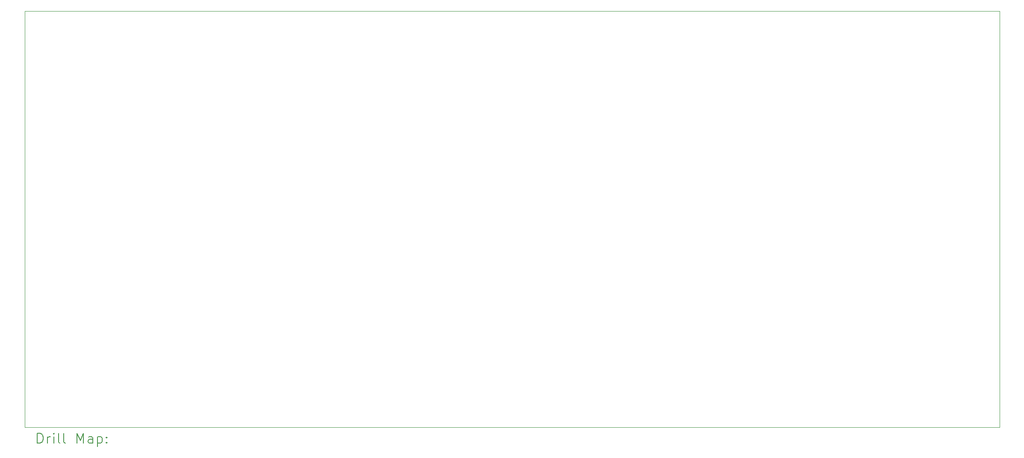
<source format=gbr>
%FSLAX45Y45*%
G04 Gerber Fmt 4.5, Leading zero omitted, Abs format (unit mm)*
G04 Created by KiCad (PCBNEW 6.0.5+dfsg-1~bpo11+1) date 2022-07-25 15:23:16*
%MOMM*%
%LPD*%
G01*
G04 APERTURE LIST*
%TA.AperFunction,Profile*%
%ADD10C,0.100000*%
%TD*%
%ADD11C,0.200000*%
G04 APERTURE END LIST*
D10*
X5080000Y-13589000D02*
X5080000Y-5334000D01*
X24384000Y-5334000D02*
X24384000Y-13589000D01*
X24384000Y-13589000D02*
X5080000Y-13589000D01*
X5080000Y-5334000D02*
X24384000Y-5334000D01*
D11*
X5332619Y-13904476D02*
X5332619Y-13704476D01*
X5380238Y-13704476D01*
X5408810Y-13714000D01*
X5427857Y-13733048D01*
X5437381Y-13752095D01*
X5446905Y-13790190D01*
X5446905Y-13818762D01*
X5437381Y-13856857D01*
X5427857Y-13875905D01*
X5408810Y-13894952D01*
X5380238Y-13904476D01*
X5332619Y-13904476D01*
X5532619Y-13904476D02*
X5532619Y-13771143D01*
X5532619Y-13809238D02*
X5542143Y-13790190D01*
X5551667Y-13780667D01*
X5570714Y-13771143D01*
X5589762Y-13771143D01*
X5656428Y-13904476D02*
X5656428Y-13771143D01*
X5656428Y-13704476D02*
X5646905Y-13714000D01*
X5656428Y-13723524D01*
X5665952Y-13714000D01*
X5656428Y-13704476D01*
X5656428Y-13723524D01*
X5780238Y-13904476D02*
X5761190Y-13894952D01*
X5751667Y-13875905D01*
X5751667Y-13704476D01*
X5885000Y-13904476D02*
X5865952Y-13894952D01*
X5856428Y-13875905D01*
X5856428Y-13704476D01*
X6113571Y-13904476D02*
X6113571Y-13704476D01*
X6180238Y-13847333D01*
X6246905Y-13704476D01*
X6246905Y-13904476D01*
X6427857Y-13904476D02*
X6427857Y-13799714D01*
X6418333Y-13780667D01*
X6399286Y-13771143D01*
X6361190Y-13771143D01*
X6342143Y-13780667D01*
X6427857Y-13894952D02*
X6408809Y-13904476D01*
X6361190Y-13904476D01*
X6342143Y-13894952D01*
X6332619Y-13875905D01*
X6332619Y-13856857D01*
X6342143Y-13837809D01*
X6361190Y-13828286D01*
X6408809Y-13828286D01*
X6427857Y-13818762D01*
X6523095Y-13771143D02*
X6523095Y-13971143D01*
X6523095Y-13780667D02*
X6542143Y-13771143D01*
X6580238Y-13771143D01*
X6599286Y-13780667D01*
X6608809Y-13790190D01*
X6618333Y-13809238D01*
X6618333Y-13866381D01*
X6608809Y-13885428D01*
X6599286Y-13894952D01*
X6580238Y-13904476D01*
X6542143Y-13904476D01*
X6523095Y-13894952D01*
X6704048Y-13885428D02*
X6713571Y-13894952D01*
X6704048Y-13904476D01*
X6694524Y-13894952D01*
X6704048Y-13885428D01*
X6704048Y-13904476D01*
X6704048Y-13780667D02*
X6713571Y-13790190D01*
X6704048Y-13799714D01*
X6694524Y-13790190D01*
X6704048Y-13780667D01*
X6704048Y-13799714D01*
M02*

</source>
